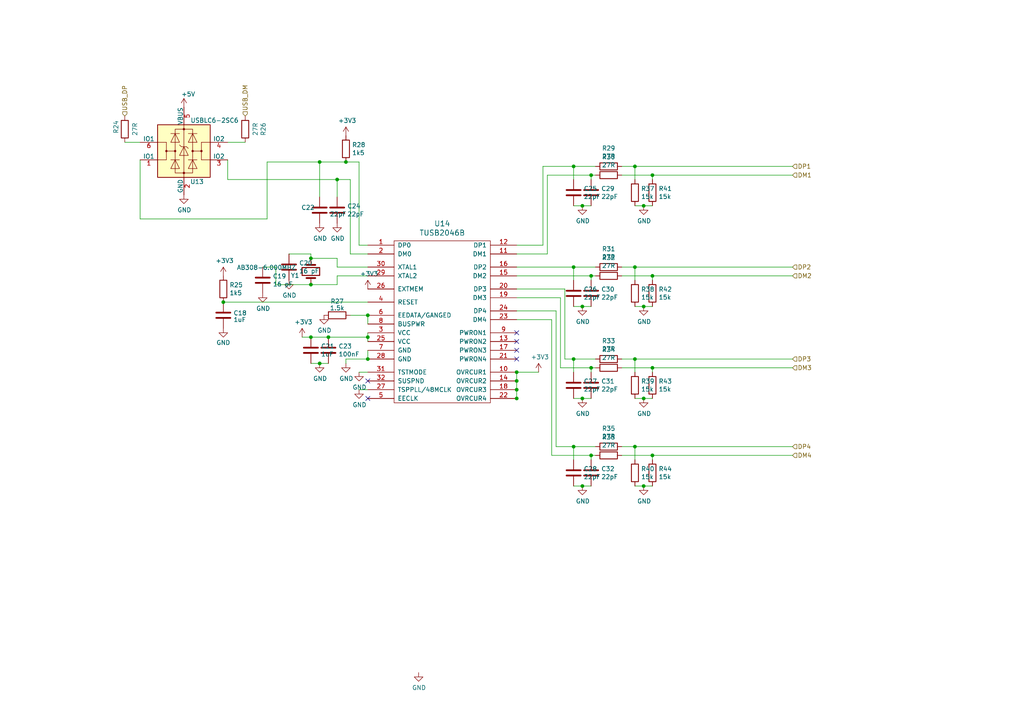
<source format=kicad_sch>
(kicad_sch (version 20230121) (generator eeschema)
  (paper "A4")
  (lib_symbols
    (symbol "Communication:TUSB2046B" (pin_names (offset 1.016))
      (property "Reference" "U" (at 12.7 -48.26 0))
      (property "Value" "TUSB2046B" (at -7.62 1.27 0))
      (symbol "TUSB2046B_0_1"
        (rectangle (start -13.97 0) (end 13.97 -46.99))
      )
      (symbol "TUSB2046B_1_1"
        (pin input line (at -21.59 -1.27 0) (length 7.62) (name "DP0") (number "1"))
        (pin input line (at 21.59 -38.1 180) (length 7.62) (name "OVRCUR1") (number "10"))
        (pin input line (at 21.59 -3.81 180) (length 7.62) (name "DM1") (number "11"))
        (pin input line (at 21.59 -1.27 180) (length 7.62) (name "DP1") (number "12"))
        (pin input line (at 21.59 -29.21 180) (length 7.62) (name "PWRON2") (number "13"))
        (pin input line (at 21.59 -40.64 180) (length 7.62) (name "OVRCUR2") (number "14"))
        (pin input line (at 21.59 -10.16 180) (length 7.62) (name "DM2") (number "15"))
        (pin input line (at 21.59 -7.62 180) (length 7.62) (name "DP2") (number "16"))
        (pin input line (at 21.59 -31.75 180) (length 7.62) (name "PWRON3") (number "17"))
        (pin input line (at 21.59 -43.18 180) (length 7.62) (name "OVRCUR3") (number "18"))
        (pin input line (at 21.59 -16.51 180) (length 7.62) (name "DM3") (number "19"))
        (pin input line (at -21.59 -3.81 0) (length 7.62) (name "DM0") (number "2"))
        (pin input line (at 21.59 -13.97 180) (length 7.62) (name "DP3") (number "20"))
        (pin input line (at 21.59 -34.29 180) (length 7.62) (name "PWRON4") (number "21"))
        (pin input line (at 21.59 -45.72 180) (length 7.62) (name "OVRCUR4") (number "22"))
        (pin input line (at 21.59 -22.86 180) (length 7.62) (name "DM4") (number "23"))
        (pin input line (at 21.59 -20.32 180) (length 7.62) (name "DP4") (number "24"))
        (pin input line (at -21.59 -29.21 0) (length 7.62) (name "VCC") (number "25"))
        (pin input line (at -21.59 -13.97 0) (length 7.62) (name "EXTMEM") (number "26"))
        (pin input line (at -21.59 -43.18 0) (length 7.62) (name "TSPPLL/48MCLK") (number "27"))
        (pin input line (at -21.59 -34.29 0) (length 7.62) (name "GND") (number "28"))
        (pin input line (at -21.59 -10.16 0) (length 7.62) (name "XTAL2") (number "29"))
        (pin input line (at -21.59 -26.67 0) (length 7.62) (name "VCC") (number "3"))
        (pin input line (at -21.59 -7.62 0) (length 7.62) (name "XTAL1") (number "30"))
        (pin input line (at -21.59 -38.1 0) (length 7.62) (name "TSTMODE") (number "31"))
        (pin input line (at -21.59 -40.64 0) (length 7.62) (name "SUSPND") (number "32"))
        (pin input line (at -21.59 -17.78 0) (length 7.62) (name "RESET") (number "4"))
        (pin input line (at -21.59 -45.72 0) (length 7.62) (name "EECLK") (number "5"))
        (pin input line (at -21.59 -21.59 0) (length 7.62) (name "EEDATA/GANGED") (number "6"))
        (pin input line (at -21.59 -31.75 0) (length 7.62) (name "GND") (number "7"))
        (pin input line (at -21.59 -24.13 0) (length 7.62) (name "BUSPWR") (number "8"))
        (pin input line (at 21.59 -26.67 180) (length 7.62) (name "PWRON1") (number "9"))
      )
    )
    (symbol "Device:C" (pin_numbers hide) (pin_names (offset 0.254))
      (property "Reference" "C" (at 0.635 2.54 0))
      (property "Value" "C" (at 0.635 -2.54 0))
      (symbol "C_0_1"
        (polyline (pts (xy -2.032 -0.762) (xy 2.032 -0.762)) (stroke (width 0.508)))
        (polyline (pts (xy -2.032 0.762) (xy 2.032 0.762)) (stroke (width 0.508)))
      )
      (symbol "C_1_1"
        (pin passive line (at 0 3.81 270) (length 2.794) (name "~") (number "1"))
        (pin passive line (at 0 -3.81 90) (length 2.794) (name "~") (number "2"))
      )
    )
    (symbol "Device:Crystal" (pin_numbers hide) (pin_names (offset 1.016) hide)
      (property "Reference" "Y" (at 0 3.81 0))
      (property "Value" "Crystal" (at 0 -3.81 0))
      (symbol "Crystal_0_1"
        (rectangle (start -1.143 2.54) (end 1.143 -2.54) (stroke (width 0.3048)))
        (polyline (pts (xy -2.54 0) (xy -1.905 0)))
        (polyline (pts (xy -1.905 -1.27) (xy -1.905 1.27)) (stroke (width 0.508)))
        (polyline (pts (xy 1.905 -1.27) (xy 1.905 1.27)) (stroke (width 0.508)))
        (polyline (pts (xy 2.54 0) (xy 1.905 0)))
      )
      (symbol "Crystal_1_1"
        (pin passive line (at -3.81 0 0) (length 1.27) (name "1") (number "1"))
        (pin passive line (at 3.81 0 180) (length 1.27) (name "2") (number "2"))
      )
    )
    (symbol "Device:R" (pin_numbers hide) (pin_names (offset 0))
      (property "Reference" "R" (at 2.032 0 90))
      (property "Value" "R" (at 0 0 90))
      (symbol "R_0_1"
        (rectangle (start -1.016 -2.54) (end 1.016 2.54) (stroke (width 0.254)))
      )
      (symbol "R_1_1"
        (pin passive line (at 0 3.81 270) (length 1.27) (name "~") (number "1"))
        (pin passive line (at 0 -3.81 90) (length 1.27) (name "~") (number "2"))
      )
    )
    (symbol "InOutBoard_001-rescue:+3.3V-power" (power) (pin_names (offset 0))
      (property "Value" "+3.3V-power" (at 0 3.556 0))
      (symbol "+3.3V-power_0_1"
        (polyline (pts (xy -0.762 1.27) (xy 0 2.54)))
        (polyline (pts (xy 0 0) (xy 0 2.54)))
        (polyline (pts (xy 0 2.54) (xy 0.762 1.27)))
      )
      (symbol "+3.3V-power_1_1"
        (pin power_in line (at 0 0 90) (length 0) hide (name "+3V3") (number "1"))
      )
    )
    (symbol "InOutBoard_001-rescue:USBLC6-2SC6-Power_Protection" (pin_names (offset 0))
      (property "Reference" "U" (at 5.08 8.89 0))
      (property "Value" "USBLC6-2SC6-Power_Protection" (at 10.16 -10.16 0))
      (symbol "USBLC6-2SC6-Power_Protection_0_1"
        (rectangle (start -7.62 -7.62) (end 7.62 7.62) (stroke (width 0.254)) (fill (type background)))
        (circle (center -5.08 0) (radius 0.254) (fill (type outline)))
        (circle (center -2.54 0) (radius 0.254) (fill (type outline)))
        (circle (center 0 -6.35) (radius 0.254) (fill (type outline)))
        (polyline (pts (xy -5.08 -2.54) (xy -7.62 -2.54)))
        (polyline (pts (xy -5.08 0) (xy -5.08 -2.54)))
        (polyline (pts (xy -5.08 2.54) (xy -7.62 2.54)))
        (polyline (pts (xy -2.54 -2.54) (xy -2.54 5.08)))
        (polyline (pts (xy -1.27 -2.54) (xy -3.81 -2.54)))
        (polyline (pts (xy -1.27 5.08) (xy -3.81 5.08)))
        (polyline (pts (xy 0 -7.62) (xy 0 -6.35)))
        (polyline (pts (xy 0 -6.35) (xy 0 1.27)))
        (polyline (pts (xy 0 1.27) (xy 0 6.35)))
        (polyline (pts (xy 0 6.35) (xy 0 7.62)))
        (polyline (pts (xy 1.27 -2.54) (xy 3.81 -2.54)))
        (polyline (pts (xy 1.27 5.08) (xy 3.81 5.08)))
        (polyline (pts (xy 2.54 -2.54) (xy 2.54 5.08)))
        (polyline (pts (xy 5.08 -2.54) (xy 7.62 -2.54)))
        (polyline (pts (xy 5.08 0) (xy 5.08 -2.54)))
        (polyline (pts (xy 5.08 2.54) (xy 7.62 2.54)))
        (polyline (pts (xy -2.54 0) (xy -5.08 0) (xy -5.08 2.54)))
        (polyline (pts (xy 0 -6.35) (xy -2.54 -6.35) (xy -2.54 -2.54)))
        (polyline (pts (xy 2.54 -2.54) (xy 2.54 -6.35) (xy 0 -6.35)))
        (polyline (pts (xy 2.54 0) (xy 5.08 0) (xy 5.08 2.54)))
        (polyline (pts (xy -3.81 -5.08) (xy -1.27 -5.08) (xy -2.54 -2.54) (xy -3.81 -5.08)))
        (polyline (pts (xy -3.81 2.54) (xy -1.27 2.54) (xy -2.54 5.08) (xy -3.81 2.54)))
        (polyline (pts (xy -2.54 5.08) (xy -2.54 6.35) (xy 2.54 6.35) (xy 2.54 5.08)))
        (polyline (pts (xy -1.27 -1.27) (xy 1.27 -1.27) (xy 0 1.27) (xy -1.27 -1.27)))
        (polyline (pts (xy 1.27 0.762) (xy 0.762 1.27) (xy -0.762 1.27) (xy -1.27 1.778)))
        (polyline (pts (xy 3.81 -5.08) (xy 1.27 -5.08) (xy 2.54 -2.54) (xy 3.81 -5.08)))
        (polyline (pts (xy 3.81 2.54) (xy 1.27 2.54) (xy 2.54 5.08) (xy 3.81 2.54)))
        (circle (center 0 6.35) (radius 0.254) (fill (type outline)))
        (circle (center 2.54 0) (radius 0.254) (fill (type outline)))
        (circle (center 5.08 0) (radius 0.254) (fill (type outline)))
      )
      (symbol "USBLC6-2SC6-Power_Protection_1_1"
        (pin passive line (at -12.7 -2.54 0) (length 5.08) (name "IO1") (number "1"))
        (pin power_in line (at 0 -12.7 90) (length 5.08) (name "GND") (number "2"))
        (pin passive line (at 12.7 -2.54 180) (length 5.08) (name "IO2") (number "3"))
        (pin passive line (at 12.7 2.54 180) (length 5.08) (name "IO2") (number "4"))
        (pin passive line (at 0 12.7 270) (length 5.08) (name "VBUS") (number "5"))
        (pin passive line (at -12.7 2.54 0) (length 5.08) (name "IO1") (number "6"))
      )
    )
    (symbol "power:+5V" (power) (pin_names (offset 0))
      (property "Value" "+5V" (at 0 3.556 0))
      (symbol "+5V_0_1"
        (polyline (pts (xy -0.762 1.27) (xy 0 2.54)))
        (polyline (pts (xy 0 0) (xy 0 2.54)))
        (polyline (pts (xy 0 2.54) (xy 0.762 1.27)))
      )
      (symbol "+5V_1_1"
        (pin power_in line (at 0 0 90) (length 0) hide (name "+5V") (number "1"))
      )
    )
    (symbol "power:GND" (power) (pin_names (offset 0))
      (property "Value" "GND" (at 0 -3.81 0))
      (symbol "GND_0_1"
        (polyline (pts (xy 0 0) (xy 0 -1.27) (xy 1.27 -1.27) (xy 0 -2.54) (xy -1.27 -1.27) (xy 0 -1.27)))
      )
      (symbol "GND_1_1"
        (pin power_in line (at 0 0 270) (length 0) hide (name "GND") (number "1"))
      )
    )
  )
  (junction (at 184.15 104.14))
  (junction (at 64.77 87.63))
  (junction (at 149.86 113.03))
  (junction (at 171.45 80.01))
  (junction (at 184.15 129.54))
  (junction (at 168.91 59.69))
  (junction (at 168.91 88.9))
  (junction (at 90.17 97.79))
  (junction (at 90.17 82.55))
  (junction (at 97.79 52.07))
  (junction (at 171.45 132.08))
  (junction (at 171.45 50.8))
  (junction (at 90.17 74.93))
  (junction (at 100.33 46.99))
  (junction (at 149.86 110.49))
  (junction (at 166.37 104.14))
  (junction (at 166.37 48.26))
  (junction (at 168.91 115.57))
  (junction (at 186.69 88.9))
  (junction (at 166.37 129.54))
  (junction (at 186.69 59.69))
  (junction (at 149.86 107.95))
  (junction (at 95.25 97.79))
  (junction (at 189.23 106.68))
  (junction (at 186.69 140.97))
  (junction (at 184.15 48.26))
  (junction (at 171.45 106.68))
  (junction (at 189.23 50.8))
  (junction (at 166.37 77.47))
  (junction (at 186.69 115.57))
  (junction (at 189.23 80.01))
  (junction (at 106.68 91.44))
  (junction (at 92.71 46.99))
  (junction (at 106.68 104.14))
  (junction (at 92.71 105.41))
  (junction (at 106.68 97.79))
  (junction (at 149.86 115.57))
  (junction (at 184.15 77.47))
  (junction (at 189.23 132.08))
  (junction (at 168.91 140.97))
  (no_connect (at 149.86 99.06))
  (no_connect (at 149.86 96.52))
  (no_connect (at 149.86 101.6))
  (no_connect (at 106.68 115.57))
  (no_connect (at 149.86 104.14))
  (no_connect (at 106.68 110.49))
  (wire (pts (xy 189.23 132.08) (xy 229.87 132.08)))
  (wire (pts (xy 166.37 59.69) (xy 168.91 59.69)))
  (wire (pts (xy 189.23 50.8) (xy 229.87 50.8)))
  (wire (pts (xy 90.17 105.41) (xy 92.71 105.41)))
  (wire (pts (xy 184.15 52.07) (xy 184.15 48.26)))
  (wire (pts (xy 189.23 133.35) (xy 189.23 132.08)))
  (wire (pts (xy 92.71 46.99) (xy 100.33 46.99)))
  (wire (pts (xy 189.23 80.01) (xy 229.87 80.01)))
  (wire (pts (xy 180.34 132.08) (xy 189.23 132.08)))
  (wire (pts (xy 166.37 52.07) (xy 166.37 48.26)))
  (wire (pts (xy 95.25 97.79) (xy 90.17 97.79)))
  (wire (pts (xy 106.68 104.14) (xy 100.33 104.14)))
  (wire (pts (xy 186.69 59.69) (xy 189.23 59.69)))
  (wire (pts (xy 100.33 104.14) (xy 100.33 105.41)))
  (wire (pts (xy 168.91 59.69) (xy 171.45 59.69)))
  (wire (pts (xy 180.34 48.26) (xy 184.15 48.26)))
  (wire (pts (xy 40.64 46.355) (xy 40.64 63.5)))
  (wire (pts (xy 171.45 81.28) (xy 171.45 80.01)))
  (wire (pts (xy 106.68 77.47) (xy 97.79 77.47)))
  (wire (pts (xy 106.68 91.44) (xy 106.68 93.98)))
  (wire (pts (xy 158.75 73.66) (xy 158.75 50.8)))
  (wire (pts (xy 149.86 86.36) (xy 162.56 86.36)))
  (wire (pts (xy 90.17 73.66) (xy 83.82 73.66)))
  (wire (pts (xy 104.14 107.95) (xy 106.68 107.95)))
  (wire (pts (xy 106.68 71.12) (xy 104.14 71.12)))
  (wire (pts (xy 184.15 133.35) (xy 184.15 129.54)))
  (wire (pts (xy 90.17 97.79) (xy 87.63 97.79)))
  (wire (pts (xy 149.86 83.82) (xy 163.83 83.82)))
  (wire (pts (xy 171.45 132.08) (xy 172.72 132.08)))
  (wire (pts (xy 80.01 82.55) (xy 90.17 82.55)))
  (wire (pts (xy 184.15 77.47) (xy 229.87 77.47)))
  (wire (pts (xy 162.56 86.36) (xy 162.56 106.68)))
  (wire (pts (xy 184.15 129.54) (xy 229.87 129.54)))
  (wire (pts (xy 106.68 101.6) (xy 106.68 104.14)))
  (wire (pts (xy 166.37 107.95) (xy 166.37 104.14)))
  (wire (pts (xy 166.37 129.54) (xy 172.72 129.54)))
  (wire (pts (xy 168.91 115.57) (xy 171.45 115.57)))
  (wire (pts (xy 171.45 133.35) (xy 171.45 132.08)))
  (wire (pts (xy 101.6 52.07) (xy 101.6 73.66)))
  (wire (pts (xy 166.37 88.9) (xy 168.91 88.9)))
  (wire (pts (xy 77.47 46.99) (xy 92.71 46.99)))
  (wire (pts (xy 106.68 91.44) (xy 101.6 91.44)))
  (wire (pts (xy 160.02 132.08) (xy 171.45 132.08)))
  (wire (pts (xy 149.86 80.01) (xy 171.45 80.01)))
  (wire (pts (xy 166.37 104.14) (xy 172.72 104.14)))
  (wire (pts (xy 189.23 52.07) (xy 189.23 50.8)))
  (wire (pts (xy 180.34 50.8) (xy 189.23 50.8)))
  (wire (pts (xy 162.56 106.68) (xy 171.45 106.68)))
  (wire (pts (xy 106.68 96.52) (xy 106.68 97.79)))
  (wire (pts (xy 161.29 129.54) (xy 166.37 129.54)))
  (wire (pts (xy 64.77 87.63) (xy 106.68 87.63)))
  (wire (pts (xy 149.86 115.57) (xy 149.86 113.03)))
  (wire (pts (xy 97.79 52.07) (xy 97.79 57.15)))
  (wire (pts (xy 180.34 77.47) (xy 184.15 77.47)))
  (wire (pts (xy 66.04 46.355) (xy 66.04 52.07)))
  (wire (pts (xy 166.37 133.35) (xy 166.37 129.54)))
  (wire (pts (xy 168.91 140.97) (xy 171.45 140.97)))
  (wire (pts (xy 184.15 115.57) (xy 186.69 115.57)))
  (wire (pts (xy 149.86 92.71) (xy 160.02 92.71)))
  (wire (pts (xy 149.86 115.824) (xy 149.86 115.57)))
  (wire (pts (xy 184.15 48.26) (xy 229.87 48.26)))
  (wire (pts (xy 106.68 113.03) (xy 104.14 113.03)))
  (wire (pts (xy 97.79 77.47) (xy 97.79 74.93)))
  (wire (pts (xy 149.86 107.95) (xy 156.21 107.95)))
  (wire (pts (xy 171.45 80.01) (xy 172.72 80.01)))
  (wire (pts (xy 97.79 82.55) (xy 97.79 80.01)))
  (wire (pts (xy 168.91 88.9) (xy 171.45 88.9)))
  (wire (pts (xy 149.86 90.17) (xy 161.29 90.17)))
  (wire (pts (xy 186.69 140.97) (xy 189.23 140.97)))
  (wire (pts (xy 97.79 80.01) (xy 106.68 80.01)))
  (wire (pts (xy 40.64 63.5) (xy 77.47 63.5)))
  (wire (pts (xy 184.15 59.69) (xy 186.69 59.69)))
  (wire (pts (xy 160.02 92.71) (xy 160.02 132.08)))
  (wire (pts (xy 186.69 115.57) (xy 189.23 115.57)))
  (wire (pts (xy 184.15 107.95) (xy 184.15 104.14)))
  (wire (pts (xy 166.37 81.28) (xy 166.37 77.47)))
  (wire (pts (xy 77.47 63.5) (xy 77.47 46.99)))
  (wire (pts (xy 158.75 50.8) (xy 171.45 50.8)))
  (wire (pts (xy 97.79 52.07) (xy 101.6 52.07)))
  (wire (pts (xy 149.86 77.47) (xy 166.37 77.47)))
  (wire (pts (xy 149.86 71.12) (xy 157.48 71.12)))
  (wire (pts (xy 36.195 41.275) (xy 40.64 41.275)))
  (wire (pts (xy 157.48 71.12) (xy 157.48 48.26)))
  (wire (pts (xy 166.37 115.57) (xy 168.91 115.57)))
  (wire (pts (xy 180.34 106.68) (xy 189.23 106.68)))
  (wire (pts (xy 171.45 50.8) (xy 172.72 50.8)))
  (wire (pts (xy 163.83 83.82) (xy 163.83 104.14)))
  (wire (pts (xy 97.79 74.93) (xy 90.17 74.93)))
  (wire (pts (xy 184.15 88.9) (xy 186.69 88.9)))
  (wire (pts (xy 180.34 104.14) (xy 184.15 104.14)))
  (wire (pts (xy 171.45 52.07) (xy 171.45 50.8)))
  (wire (pts (xy 92.71 46.99) (xy 92.71 57.15)))
  (wire (pts (xy 166.37 48.26) (xy 172.72 48.26)))
  (wire (pts (xy 166.37 140.97) (xy 168.91 140.97)))
  (wire (pts (xy 92.71 105.41) (xy 95.25 105.41)))
  (wire (pts (xy 106.68 73.66) (xy 101.6 73.66)))
  (wire (pts (xy 180.34 80.01) (xy 189.23 80.01)))
  (wire (pts (xy 149.86 113.03) (xy 149.86 110.49)))
  (wire (pts (xy 80.01 82.55) (xy 80.01 77.47)))
  (wire (pts (xy 106.68 97.79) (xy 106.68 99.06)))
  (wire (pts (xy 186.69 88.9) (xy 189.23 88.9)))
  (wire (pts (xy 180.34 129.54) (xy 184.15 129.54)))
  (wire (pts (xy 80.01 77.47) (xy 76.2 77.47)))
  (wire (pts (xy 189.23 107.95) (xy 189.23 106.68)))
  (wire (pts (xy 106.68 97.79) (xy 95.25 97.79)))
  (wire (pts (xy 104.14 71.12) (xy 104.14 46.99)))
  (wire (pts (xy 184.15 140.97) (xy 186.69 140.97)))
  (wire (pts (xy 166.37 77.47) (xy 172.72 77.47)))
  (wire (pts (xy 184.15 81.28) (xy 184.15 77.47)))
  (wire (pts (xy 149.86 73.66) (xy 158.75 73.66)))
  (wire (pts (xy 161.29 90.17) (xy 161.29 129.54)))
  (wire (pts (xy 157.48 48.26) (xy 166.37 48.26)))
  (wire (pts (xy 90.17 73.66) (xy 90.17 74.93)))
  (wire (pts (xy 189.23 106.68) (xy 229.87 106.68)))
  (wire (pts (xy 149.86 110.49) (xy 149.86 107.95)))
  (wire (pts (xy 189.23 81.28) (xy 189.23 80.01)))
  (wire (pts (xy 104.14 46.99) (xy 100.33 46.99)))
  (wire (pts (xy 66.04 52.07) (xy 97.79 52.07)))
  (wire (pts (xy 66.04 41.275) (xy 71.12 41.275)))
  (wire (pts (xy 171.45 107.95) (xy 171.45 106.68)))
  (wire (pts (xy 90.17 82.55) (xy 97.79 82.55)))
  (wire (pts (xy 163.83 104.14) (xy 166.37 104.14)))
  (wire (pts (xy 184.15 104.14) (xy 229.87 104.14)))
  (wire (pts (xy 171.45 106.68) (xy 172.72 106.68)))
  (hierarchical_label "DP2" (shape input) (at 229.87 77.47 0))
  (hierarchical_label "DP4" (shape input) (at 229.87 129.54 0))
  (hierarchical_label "DM4" (shape input) (at 229.87 132.08 0))
  (hierarchical_label "USB_DP" (shape input) (at 36.195 33.655 90))
  (hierarchical_label "DP3" (shape input) (at 229.87 104.14 0))
  (hierarchical_label "DM1" (shape input) (at 229.87 50.8 0))
  (hierarchical_label "DP1" (shape input) (at 229.87 48.26 0))
  (hierarchical_label "DM2" (shape input) (at 229.87 80.01 0))
  (hierarchical_label "USB_DM" (shape input) (at 71.12 33.655 90))
  (hierarchical_label "DM3" (shape input) (at 229.87 106.68 0))
  (symbol (lib_id "InOutBoard_001-rescue:+3.3V-power") (at 156.21 107.95 0) (unit 1)
    (property "Reference" "#PWR093" (effects hide))
    (property "Value" "+3.3V" (at 156.591 103.5558 0))
    (instances (project "RS485USB" (path "" (reference "#PWR093") (unit 1))) (project "InOutBoard_001" (path "" (reference "#PWR024") (unit 1))))
  )
  (symbol (lib_id "Device:R") (at 176.53 106.68 270) (unit 1)
    (property "Reference" "R34" (at 176.53 101.4222 90))
    (property "Value" "27R" (at 176.53 103.7336 90))
    (property "Footprint" "Resistor_SMD:R_0805_2012Metric" (effects hide))
    (instances (project "RS485USB" (path "" (reference "R34") (unit 1))) (project "InOutBoard_001" (path "" (reference "R19") (unit 1))))
  )
  (symbol (lib_id "Device:R") (at 189.23 85.09 180) (unit 1)
    (property "Reference" "R42" (at 191.008 83.9216 0) (effects (justify right)))
    (property "Value" "15k" (at 191.008 86.233 0) (effects (justify right)))
    (property "Footprint" "Resistor_SMD:R_0805_2012Metric" (effects hide))
    (instances (project "RS485USB" (path "" (reference "R42") (unit 1))) (project "InOutBoard_001" (path "" (reference "R27") (unit 1))))
  )
  (symbol (lib_id "Device:C") (at 166.37 137.16 0) (unit 1)
    (property "Reference" "C28" (at 169.291 135.9916 0) (effects (justify left)))
    (property "Value" "22pF" (at 169.291 138.303 0) (effects (justify left)))
    (property "Footprint" "Capacitor_SMD:C_0805_2012Metric" (effects hide))
    (instances (project "RS485USB" (path "" (reference "C28") (unit 1))) (project "InOutBoard_001" (path "" (reference "C12") (unit 1))))
  )
  (symbol (lib_id "Device:R") (at 64.77 83.82 180) (unit 1)
    (property "Reference" "R25" (at 66.548 82.6516 0) (effects (justify right)))
    (property "Value" "1k5" (at 66.548 84.963 0) (effects (justify right)))
    (property "Footprint" "Resistor_SMD:R_0805_2012Metric" (effects hide))
    (instances (project "RS485USB" (path "" (reference "R25") (unit 1))) (project "InOutBoard_001" (path "" (reference "R10") (unit 1))))
  )
  (symbol (lib_id "power:GND") (at 93.98 91.44 0) (unit 1)
    (property "Reference" "#PWR085" (effects hide))
    (property "Value" "GND" (at 94.107 95.8342 0))
    (instances (project "RS485USB" (path "" (reference "#PWR085") (unit 1))) (project "InOutBoard_001" (path "" (reference "#PWR029") (unit 1))))
  )
  (symbol (lib_id "InOutBoard_001-rescue:+3.3V-power") (at 87.63 97.79 0) (unit 1)
    (property "Reference" "#PWR082" (effects hide))
    (property "Value" "+3.3V" (at 88.011 93.3958 0))
    (instances (project "RS485USB" (path "" (reference "#PWR082") (unit 1))) (project "InOutBoard_001" (path "" (reference "#PWR024") (unit 1))))
  )
  (symbol (lib_id "Device:R") (at 36.195 37.465 180) (unit 1)
    (property "Reference" "R24" (at 33.655 36.83 90))
    (property "Value" "27R" (at 39.1414 37.465 90))
    (property "Footprint" "Resistor_SMD:R_0805_2012Metric" (effects hide))
    (instances (project "RS485USB" (path "" (reference "R24") (unit 1))) (project "InOutBoard_001" (path "" (reference "R12") (unit 1))))
  )
  (symbol (lib_id "power:GND") (at 168.91 115.57 0) (unit 1)
    (property "Reference" "#PWR096" (effects hide))
    (property "Value" "GND" (at 169.037 119.9642 0))
    (instances (project "RS485USB" (path "" (reference "#PWR096") (unit 1))) (project "InOutBoard_001" (path "" (reference "#PWR038") (unit 1))))
  )
  (symbol (lib_id "power:GND") (at 104.14 113.03 0) (unit 1)
    (property "Reference" "#PWR090" (effects hide))
    (property "Value" "GND" (at 104.267 117.4242 0))
    (instances (project "RS485USB" (path "" (reference "#PWR090") (unit 1))) (project "InOutBoard_001" (path "" (reference "#PWR031") (unit 1))))
  )
  (symbol (lib_id "power:GND") (at 186.69 140.97 0) (unit 1)
    (property "Reference" "#PWR0101" (effects hide))
    (property "Value" "GND" (at 186.817 145.3642 0))
    (instances (project "RS485USB" (path "" (reference "#PWR0101") (unit 1))) (project "InOutBoard_001" (path "" (reference "#PWR043") (unit 1))))
  )
  (symbol (lib_id "Device:C") (at 83.82 77.47 0) (unit 1)
    (property "Reference" "C20" (at 86.741 76.3016 0) (effects (justify left)))
    (property "Value" "16 pF" (at 86.741 78.613 0) (effects (justify left)))
    (property "Footprint" "Capacitor_SMD:C_0805_2012Metric" (effects hide))
    (instances (project "RS485USB" (path "" (reference "C20") (unit 1))) (project "InOutBoard_001" (path "" (reference "C4") (unit 1))))
  )
  (symbol (lib_id "power:GND") (at 64.77 95.25 0) (unit 1)
    (property "Reference" "#PWR079" (effects hide))
    (property "Value" "GND" (at 64.77 99.3855 0))
  )
  (symbol (lib_id "power:GND") (at 76.2 85.09 0) (unit 1)
    (property "Reference" "#PWR080" (effects hide))
    (property "Value" "GND" (at 76.327 89.4842 0))
    (instances (project "RS485USB" (path "" (reference "#PWR080") (unit 1))) (project "InOutBoard_001" (path "" (reference "#PWR022") (unit 1))))
  )
  (symbol (lib_id "Device:C") (at 171.45 111.76 0) (unit 1)
    (property "Reference" "C31" (at 174.371 110.5916 0) (effects (justify left)))
    (property "Value" "22pF" (at 174.371 112.903 0) (effects (justify left)))
    (property "Footprint" "Capacitor_SMD:C_0805_2012Metric" (effects hide))
    (instances (project "RS485USB" (path "" (reference "C31") (unit 1))) (project "InOutBoard_001" (path "" (reference "C16") (unit 1))))
  )
  (symbol (lib_id "Device:R") (at 189.23 137.16 180) (unit 1)
    (property "Reference" "R44" (at 191.008 135.9916 0) (effects (justify right)))
    (property "Value" "15k" (at 191.008 138.303 0) (effects (justify right)))
    (property "Footprint" "Resistor_SMD:R_0805_2012Metric" (effects hide))
    (instances (project "RS485USB" (path "" (reference "R44") (unit 1))) (project "InOutBoard_001" (path "" (reference "R29") (unit 1))))
  )
  (symbol (lib_id "power:GND") (at 100.33 105.41 0) (unit 1)
    (property "Reference" "#PWR088" (effects hide))
    (property "Value" "GND" (at 100.457 109.8042 0))
    (instances (project "RS485USB" (path "" (reference "#PWR088") (unit 1))) (project "InOutBoard_001" (path "" (reference "#PWR027") (unit 1))))
  )
  (symbol (lib_id "power:GND") (at 104.14 107.95 0) (unit 1)
    (property "Reference" "#PWR089" (effects hide))
    (property "Value" "GND" (at 104.267 112.3442 0))
    (instances (project "RS485USB" (path "" (reference "#PWR089") (unit 1))) (project "InOutBoard_001" (path "" (reference "#PWR030") (unit 1))))
  )
  (symbol (lib_id "InOutBoard_001-rescue:+3.3V-power") (at 106.68 83.82 0) (unit 1)
    (property "Reference" "#PWR091" (effects hide))
    (property "Value" "+3.3V" (at 107.061 79.4258 0))
    (instances (project "RS485USB" (path "" (reference "#PWR091") (unit 1))) (project "InOutBoard_001" (path "" (reference "#PWR024") (unit 1))))
  )
  (symbol (lib_id "Device:R") (at 97.79 91.44 90) (unit 1)
    (property "Reference" "R27" (at 97.79 87.4141 90))
    (property "Value" "1.5k" (at 97.79 89.3351 90))
    (property "Footprint" "Resistor_SMD:R_0805_2012Metric" (effects hide))
  )
  (symbol (lib_id "Device:C") (at 171.45 55.88 0) (unit 1)
    (property "Reference" "C29" (at 174.371 54.7116 0) (effects (justify left)))
    (property "Value" "22pF" (at 174.371 57.023 0) (effects (justify left)))
    (property "Footprint" "Capacitor_SMD:C_0805_2012Metric" (effects hide))
    (instances (project "RS485USB" (path "" (reference "C29") (unit 1))) (project "InOutBoard_001" (path "" (reference "C14") (unit 1))))
  )
  (symbol (lib_id "power:GND") (at 97.79 64.77 0) (unit 1)
    (property "Reference" "#PWR086" (effects hide))
    (property "Value" "GND" (at 97.917 69.1642 0))
    (instances (project "RS485USB" (path "" (reference "#PWR086") (unit 1))) (project "InOutBoard_001" (path "" (reference "#PWR015") (unit 1))))
  )
  (symbol (lib_id "Device:C") (at 90.17 101.6 0) (unit 1)
    (property "Reference" "C21" (at 93.091 100.4316 0) (effects (justify left)))
    (property "Value" "1uF" (at 93.091 102.743 0) (effects (justify left)))
    (property "Footprint" "Capacitor_SMD:C_0805_2012Metric" (effects hide))
    (instances (project "RS485USB" (path "" (reference "C21") (unit 1))) (project "InOutBoard_001" (path "" (reference "C5") (unit 1))))
  )
  (symbol (lib_id "Device:C") (at 166.37 55.88 0) (unit 1)
    (property "Reference" "C25" (at 169.291 54.7116 0) (effects (justify left)))
    (property "Value" "22pF" (at 169.291 57.023 0) (effects (justify left)))
    (property "Footprint" "Capacitor_SMD:C_0805_2012Metric" (effects hide))
    (instances (project "RS485USB" (path "" (reference "C25") (unit 1))) (project "InOutBoard_001" (path "" (reference "C9") (unit 1))))
  )
  (symbol (lib_id "power:GND") (at 92.71 105.41 0) (unit 1)
    (property "Reference" "#PWR084" (effects hide))
    (property "Value" "GND" (at 92.837 109.8042 0))
    (instances (project "RS485USB" (path "" (reference "#PWR084") (unit 1))) (project "InOutBoard_001" (path "" (reference "#PWR025") (unit 1))))
  )
  (symbol (lib_id "Device:C") (at 97.79 60.96 0) (unit 1)
    (property "Reference" "C24" (at 100.711 59.7916 0) (effects (justify left)))
    (property "Value" "22pF" (at 100.711 62.103 0) (effects (justify left)))
    (property "Footprint" "Capacitor_SMD:C_0805_2012Metric" (effects hide))
    (instances (project "RS485USB" (path "" (reference "C24") (unit 1))) (project "InOutBoard_001" (path "" (reference "C7") (unit 1))))
  )
  (symbol (lib_id "InOutBoard_001-rescue:+3.3V-power") (at 100.33 39.37 0) (unit 1)
    (property "Reference" "#PWR087" (effects hide))
    (property "Value" "+3.3V" (at 100.711 34.9758 0))
    (instances (project "RS485USB" (path "" (reference "#PWR087") (unit 1))) (project "InOutBoard_001" (path "" (reference "#PWR016") (unit 1))))
  )
  (symbol (lib_id "Device:R") (at 184.15 55.88 180) (unit 1)
    (property "Reference" "R37" (at 185.928 54.7116 0) (effects (justify right)))
    (property "Value" "15k" (at 185.928 57.023 0) (effects (justify right)))
    (property "Footprint" "Resistor_SMD:R_0805_2012Metric" (effects hide))
    (instances (project "RS485USB" (path "" (reference "R37") (unit 1))) (project "InOutBoard_001" (path "" (reference "R22") (unit 1))))
  )
  (symbol (lib_id "Device:R") (at 176.53 80.01 270) (unit 1)
    (property "Reference" "R32" (at 176.53 74.7522 90))
    (property "Value" "27R" (at 176.53 77.0636 90))
    (property "Footprint" "Resistor_SMD:R_0805_2012Metric" (effects hide))
    (instances (project "RS485USB" (path "" (reference "R32") (unit 1))) (project "InOutBoard_001" (path "" (reference "R17") (unit 1))))
  )
  (symbol (lib_id "Device:R") (at 184.15 137.16 180) (unit 1)
    (property "Reference" "R40" (at 185.928 135.9916 0) (effects (justify right)))
    (property "Value" "15k" (at 185.928 138.303 0) (effects (justify right)))
    (property "Footprint" "Resistor_SMD:R_0805_2012Metric" (effects hide))
    (instances (project "RS485USB" (path "" (reference "R40") (unit 1))) (project "InOutBoard_001" (path "" (reference "R25") (unit 1))))
  )
  (symbol (lib_id "power:+5V") (at 53.34 31.115 0) (unit 1)
    (property "Reference" "#PWR076" (effects hide))
    (property "Value" "+5V" (at 54.61 27.305 0))
    (instances (project "RS485USB" (path "" (reference "#PWR076") (unit 1))) (project "InOutBoard_001" (path "" (reference "#PWR012") (unit 1))))
  )
  (symbol (lib_id "Device:C") (at 64.77 91.44 0) (unit 1)
    (property "Reference" "C18" (at 67.691 90.7963 0) (effects (justify left)))
    (property "Value" "1uF" (at 67.691 92.7173 0) (effects (justify left)))
    (property "Footprint" "Capacitor_SMD:C_0805_2012Metric" (effects hide))
  )
  (symbol (lib_id "power:GND") (at 83.82 81.28 0) (unit 1)
    (property "Reference" "#PWR081" (effects hide))
    (property "Value" "GND" (at 83.947 85.6742 0))
    (instances (project "RS485USB" (path "" (reference "#PWR081") (unit 1))) (project "InOutBoard_001" (path "" (reference "#PWR023") (unit 1))))
  )
  (symbol (lib_id "Device:R") (at 176.53 48.26 270) (unit 1)
    (property "Reference" "R29" (at 176.53 43.0022 90))
    (property "Value" "27R" (at 176.53 45.3136 90))
    (property "Footprint" "Resistor_SMD:R_0805_2012Metric" (effects hide))
    (instances (project "RS485USB" (path "" (reference "R29") (unit 1))) (project "InOutBoard_001" (path "" (reference "R14") (unit 1))))
  )
  (symbol (lib_id "Device:R") (at 189.23 111.76 180) (unit 1)
    (property "Reference" "R43" (at 191.008 110.5916 0) (effects (justify right)))
    (property "Value" "15k" (at 191.008 112.903 0) (effects (justify right)))
    (property "Footprint" "Resistor_SMD:R_0805_2012Metric" (effects hide))
    (instances (project "RS485USB" (path "" (reference "R43") (unit 1))) (project "InOutBoard_001" (path "" (reference "R28") (unit 1))))
  )
  (symbol (lib_id "power:GND") (at 186.69 88.9 0) (unit 1)
    (property "Reference" "#PWR099" (effects hide))
    (property "Value" "GND" (at 186.817 93.2942 0))
    (instances (project "RS485USB" (path "" (reference "#PWR099") (unit 1))) (project "InOutBoard_001" (path "" (reference "#PWR041") (unit 1))))
  )
  (symbol (lib_id "Device:R") (at 176.53 104.14 270) (unit 1)
    (property "Reference" "R33" (at 176.53 98.8822 90))
    (property "Value" "27R" (at 176.53 101.1936 90))
    (property "Footprint" "Resistor_SMD:R_0805_2012Metric" (effects hide))
    (instances (project "RS485USB" (path "" (reference "R33") (unit 1))) (project "InOutBoard_001" (path "" (reference "R18") (unit 1))))
  )
  (symbol (lib_id "power:GND") (at 168.91 140.97 0) (unit 1)
    (property "Reference" "#PWR097" (effects hide))
    (property "Value" "GND" (at 169.037 145.3642 0))
    (instances (project "RS485USB" (path "" (reference "#PWR097") (unit 1))) (project "InOutBoard_001" (path "" (reference "#PWR039") (unit 1))))
  )
  (symbol (lib_id "power:GND") (at 186.69 115.57 0) (unit 1)
    (property "Reference" "#PWR0100" (effects hide))
    (property "Value" "GND" (at 186.817 119.9642 0))
    (instances (project "RS485USB" (path "" (reference "#PWR0100") (unit 1))) (project "InOutBoard_001" (path "" (reference "#PWR042") (unit 1))))
  )
  (symbol (lib_id "Device:C") (at 166.37 111.76 0) (unit 1)
    (property "Reference" "C27" (at 169.291 110.5916 0) (effects (justify left)))
    (property "Value" "22pF" (at 169.291 112.903 0) (effects (justify left)))
    (property "Footprint" "Capacitor_SMD:C_0805_2012Metric" (effects hide))
    (instances (project "RS485USB" (path "" (reference "C27") (unit 1))) (project "InOutBoard_001" (path "" (reference "C11") (unit 1))))
  )
  (symbol (lib_id "Device:C") (at 171.45 85.09 0) (unit 1)
    (property "Reference" "C30" (at 174.371 83.9216 0) (effects (justify left)))
    (property "Value" "22pF" (at 174.371 86.233 0) (effects (justify left)))
    (property "Footprint" "Capacitor_SMD:C_0805_2012Metric" (effects hide))
    (instances (project "RS485USB" (path "" (reference "C30") (unit 1))) (project "InOutBoard_001" (path "" (reference "C15") (unit 1))))
  )
  (symbol (lib_id "InOutBoard_001-rescue:+3.3V-power") (at 64.77 80.01 0) (unit 1)
    (property "Reference" "#PWR078" (effects hide))
    (property "Value" "+3.3V" (at 65.151 75.6158 0))
    (instances (project "RS485USB" (path "" (reference "#PWR078") (unit 1))) (project "InOutBoard_001" (path "" (reference "#PWR021") (unit 1))))
  )
  (symbol (lib_id "Device:R") (at 176.53 132.08 270) (unit 1)
    (property "Reference" "R36" (at 176.53 126.8222 90))
    (property "Value" "27R" (at 176.53 129.1336 90))
    (property "Footprint" "Resistor_SMD:R_0805_2012Metric" (effects hide))
    (instances (project "RS485USB" (path "" (reference "R36") (unit 1))) (project "InOutBoard_001" (path "" (reference "R21") (unit 1))))
  )
  (symbol (lib_id "Device:C") (at 95.25 101.6 0) (unit 1)
    (property "Reference" "C23" (at 98.171 100.4316 0) (effects (justify left)))
    (property "Value" "100nF" (at 98.171 102.743 0) (effects (justify left)))
    (property "Footprint" "Capacitor_SMD:C_0805_2012Metric" (effects hide))
    (instances (project "RS485USB" (path "" (reference "C23") (unit 1))) (project "InOutBoard_001" (path "" (reference "C8") (unit 1))))
  )
  (symbol (lib_id "Device:R") (at 176.53 50.8 270) (unit 1)
    (property "Reference" "R30" (at 176.53 45.5422 90))
    (property "Value" "27R" (at 176.53 47.8536 90))
    (property "Footprint" "Resistor_SMD:R_0805_2012Metric" (effects hide))
    (instances (project "RS485USB" (path "" (reference "R30") (unit 1))) (project "InOutBoard_001" (path "" (reference "R15") (unit 1))))
  )
  (symbol (lib_id "power:GND") (at 168.91 88.9 0) (unit 1)
    (property "Reference" "#PWR095" (effects hide))
    (property "Value" "GND" (at 169.037 93.2942 0))
    (instances (project "RS485USB" (path "" (reference "#PWR095") (unit 1))) (project "InOutBoard_001" (path "" (reference "#PWR037") (unit 1))))
  )
  (symbol (lib_id "Device:C") (at 92.71 60.96 0) (unit 1)
    (property "Reference" "C22" (at 87.376 60.198 0) (effects (justify left)))
    (property "Value" "22pF" (at 95.631 62.103 0) (effects (justify left)))
    (property "Footprint" "Capacitor_SMD:C_0805_2012Metric" (effects hide))
    (instances (project "RS485USB" (path "" (reference "C22") (unit 1))) (project "InOutBoard_001" (path "" (reference "C6") (unit 1))))
  )
  (symbol (lib_id "Device:C") (at 76.2 81.28 0) (unit 1)
    (property "Reference" "C19" (at 79.121 80.1116 0) (effects (justify left)))
    (property "Value" "16 pF" (at 79.121 82.423 0) (effects (justify left)))
    (property "Footprint" "Capacitor_SMD:C_0805_2012Metric" (effects hide))
    (instances (project "RS485USB" (path "" (reference "C19") (unit 1))) (project "InOutBoard_001" (path "" (reference "C3") (unit 1))))
  )
  (symbol (lib_id "Device:R") (at 100.33 43.18 0) (unit 1)
    (property "Reference" "R28" (at 102.108 42.0116 0) (effects (justify left)))
    (property "Value" "1k5" (at 102.108 44.323 0) (effects (justify left)))
    (property "Footprint" "Resistor_SMD:R_0805_2012Metric" (effects hide))
    (instances (project "RS485USB" (path "" (reference "R28") (unit 1))) (project "InOutBoard_001" (path "" (reference "R13") (unit 1))))
  )
  (symbol (lib_id "Device:R") (at 184.15 85.09 180) (unit 1)
    (property "Reference" "R38" (at 185.928 83.9216 0) (effects (justify right)))
    (property "Value" "15k" (at 185.928 86.233 0) (effects (justify right)))
    (property "Footprint" "Resistor_SMD:R_0805_2012Metric" (effects hide))
    (instances (project "RS485USB" (path "" (reference "R38") (unit 1))) (project "InOutBoard_001" (path "" (reference "R23") (unit 1))))
  )
  (symbol (lib_id "Device:Crystal") (at 90.17 78.74 90) (unit 1)
    (property "Reference" "Y1" (at 86.8426 79.9084 90) (effects (justify left)))
    (property "Value" "AB308-6.000MHZ " (at 86.8426 77.597 90) (effects (justify left)))
    (property "Footprint" "Crystal:Crystal_C38-LF_D3.0mm_L8.0mm_Horizontal" (effects hide))
    (instances (project "RS485USB" (path "" (reference "Y1") (unit 1))) (project "InOutBoard_001" (path "" (reference "Y2") (unit 1))))
  )
  (symbol (lib_id "power:GND") (at 168.91 59.69 0) (unit 1)
    (property "Reference" "#PWR094" (effects hide))
    (property "Value" "GND" (at 169.037 64.0842 0))
    (instances (project "RS485USB" (path "" (reference "#PWR094") (unit 1))) (project "InOutBoard_001" (path "" (reference "#PWR036") (unit 1))))
  )
  (symbol (lib_id "power:GND") (at 121.412 195.072 0) (unit 1)
    (property "Reference" "#PWR092" (effects hide))
    (property "Value" "GND" (at 121.539 199.4662 0))
    (instances (project "RS485USB" (path "" (reference "#PWR092") (unit 1))) (project "InOutBoard_001" (path "" (reference "#PWR054") (unit 1))))
  )
  (symbol (lib_id "InOutBoard_001-rescue:USBLC6-2SC6-Power_Protection") (at 53.34 43.815 0) (unit 1)
    (property "Reference" "U13" (at 57.15 52.705 0))
    (property "Value" "USBLC6-2SC6" (at 62.23 34.925 0))
    (property "Footprint" "Package_TO_SOT_SMD:SOT-23-6" (effects hide))
    (property "Datasheet" "http://www2.st.com/resource/en/datasheet/CD00050750.pdf" (effects hide))
    (instances (project "RS485USB" (path "" (reference "U13") (unit 1))) (project "InOutBoard_001" (path "" (reference "U8") (unit 1))))
  )
  (symbol (lib_id "Device:R") (at 71.12 37.465 180) (unit 1)
    (property "Reference" "R26" (at 76.3778 37.465 90))
    (property "Value" "27R" (at 74.0664 37.465 90))
    (property "Footprint" "Resistor_SMD:R_0805_2012Metric" (effects hide))
    (instances (project "RS485USB" (path "" (reference "R26") (unit 1))) (project "InOutBoard_001" (path "" (reference "R11") (unit 1))))
  )
  (symbol (lib_id "Device:R") (at 176.53 129.54 270) (unit 1)
    (property "Reference" "R35" (at 176.53 124.2822 90))
    (property "Value" "27R" (at 176.53 126.5936 90))
    (property "Footprint" "Resistor_SMD:R_0805_2012Metric" (effects hide))
    (instances (project "RS485USB" (path "" (reference "R35") (unit 1))) (project "InOutBoard_001" (path "" (reference "R20") (unit 1))))
  )
  (symbol (lib_id "power:GND") (at 92.71 64.77 0) (unit 1)
    (property "Reference" "#PWR083" (effects hide))
    (property "Value" "GND" (at 92.837 69.1642 0))
    (instances (project "RS485USB" (path "" (reference "#PWR083") (unit 1))) (project "InOutBoard_001" (path "" (reference "#PWR014") (unit 1))))
  )
  (symbol (lib_id "Device:R") (at 176.53 77.47 270) (unit 1)
    (property "Reference" "R31" (at 176.53 72.2122 90))
    (property "Value" "27R" (at 176.53 74.5236 90))
    (property "Footprint" "Resistor_SMD:R_0805_2012Metric" (effects hide))
    (instances (project "RS485USB" (path "" (reference "R31") (unit 1))) (project "InOutBoard_001" (path "" (reference "R16") (unit 1))))
  )
  (symbol (lib_id "Device:C") (at 166.37 85.09 0) (unit 1)
    (property "Reference" "C26" (at 169.291 83.9216 0) (effects (justify left)))
    (property "Value" "22pF" (at 169.291 86.233 0) (effects (justify left)))
    (property "Footprint" "Capacitor_SMD:C_0805_2012Metric" (effects hide))
    (instances (project "RS485USB" (path "" (reference "C26") (unit 1))) (project "InOutBoard_001" (path "" (reference "C10") (unit 1))))
  )
  (symbol (lib_id "power:GND") (at 53.34 56.515 0) (unit 1)
    (property "Reference" "#PWR077" (effects hide))
    (property "Value" "GND" (at 53.467 60.9092 0))
    (instances (project "RS485USB" (path "" (reference "#PWR077") (unit 1))) (project "InOutBoard_001" (path "" (reference "#PWR013") (unit 1))))
  )
  (symbol (lib_id "Communication:TUSB2046B") (at 128.27 69.85 0) (unit 1)
    (property "Reference" "U14" (at 128.27 64.8462 0) (effects (font (size 1.524 1.524))))
    (property "Value" "TUSB2046B" (at 128.27 67.5386 0) (effects (font (size 1.524 1.524))))
    (property "Footprint" "Package_QFP:LQFP-32_7x7mm_P0.8mm" (effects hide))
    (instances (project "RS485USB" (path "" (reference "U14") (unit 1))) (project "InOutBoard_001" (path "" (reference "U9") (unit 1))))
  )
  (symbol (lib_id "power:GND") (at 186.69 59.69 0) (unit 1)
    (property "Reference" "#PWR098" (effects hide))
    (property "Value" "GND" (at 186.817 64.0842 0))
    (instances (project "RS485USB" (path "" (reference "#PWR098") (unit 1))) (project "InOutBoard_001" (path "" (reference "#PWR040") (unit 1))))
  )
  (symbol (lib_id "Device:R") (at 189.23 55.88 180) (unit 1)
    (property "Reference" "R41" (at 191.008 54.7116 0) (effects (justify right)))
    (property "Value" "15k" (at 191.008 57.023 0) (effects (justify right)))
    (property "Footprint" "Resistor_SMD:R_0805_2012Metric" (effects hide))
    (instances (project "RS485USB" (path "" (reference "R41") (unit 1))) (project "InOutBoard_001" (path "" (reference "R26") (unit 1))))
  )
  (symbol (lib_id "Device:R") (at 184.15 111.76 180) (unit 1)
    (property "Reference" "R39" (at 185.928 110.5916 0) (effects (justify right)))
    (property "Value" "15k" (at 185.928 112.903 0) (effects (justify right)))
    (property "Footprint" "Resistor_SMD:R_0805_2012Metric" (effects hide))
    (instances (project "RS485USB" (path "" (reference "R39") (unit 1))) (project "InOutBoard_001" (path "" (reference "R24") (unit 1))))
  )
  (symbol (lib_id "Device:C") (at 171.45 137.16 0) (unit 1)
    (property "Reference" "C32" (at 174.371 135.9916 0) (effects (justify left)))
    (property "Value" "22pF" (at 174.371 138.303 0) (effects (justify left)))
    (property "Footprint" "Capacitor_SMD:C_0805_2012Metric" (effects hide))
    (instances (project "RS485USB" (path "" (reference "C32") (unit 1))) (project "InOutBoard_001" (path "" (reference "C17") (unit 1))))
  )
)
</source>
